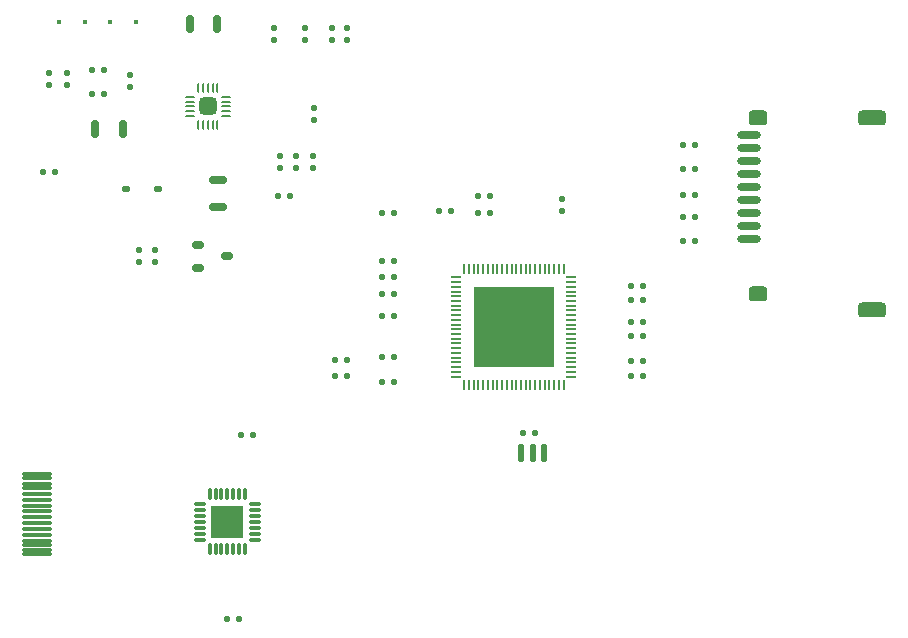
<source format=gbp>
G04*
G04 #@! TF.GenerationSoftware,Altium Limited,Altium Designer,20.2.6 (244)*
G04*
G04 Layer_Color=128*
%FSLAX24Y24*%
%MOIN*%
G70*
G04*
G04 #@! TF.SameCoordinates,497DB355-11F3-479B-B1E2-BDA1D3AC948B*
G04*
G04*
G04 #@! TF.FilePolarity,Positive*
G04*
G01*
G75*
G04:AMPARAMS|DCode=17|XSize=20mil|YSize=20mil|CornerRadius=5mil|HoleSize=0mil|Usage=FLASHONLY|Rotation=0.000|XOffset=0mil|YOffset=0mil|HoleType=Round|Shape=RoundedRectangle|*
%AMROUNDEDRECTD17*
21,1,0.0200,0.0100,0,0,0.0*
21,1,0.0100,0.0200,0,0,0.0*
1,1,0.0100,0.0050,-0.0050*
1,1,0.0100,-0.0050,-0.0050*
1,1,0.0100,-0.0050,0.0050*
1,1,0.0100,0.0050,0.0050*
%
%ADD17ROUNDEDRECTD17*%
G04:AMPARAMS|DCode=18|XSize=20mil|YSize=20mil|CornerRadius=5mil|HoleSize=0mil|Usage=FLASHONLY|Rotation=270.000|XOffset=0mil|YOffset=0mil|HoleType=Round|Shape=RoundedRectangle|*
%AMROUNDEDRECTD18*
21,1,0.0200,0.0100,0,0,270.0*
21,1,0.0100,0.0200,0,0,270.0*
1,1,0.0100,-0.0050,-0.0050*
1,1,0.0100,-0.0050,0.0050*
1,1,0.0100,0.0050,0.0050*
1,1,0.0100,0.0050,-0.0050*
%
%ADD18ROUNDEDRECTD18*%
G04:AMPARAMS|DCode=59|XSize=21.7mil|YSize=57.1mil|CornerRadius=5.4mil|HoleSize=0mil|Usage=FLASHONLY|Rotation=0.000|XOffset=0mil|YOffset=0mil|HoleType=Round|Shape=RoundedRectangle|*
%AMROUNDEDRECTD59*
21,1,0.0217,0.0463,0,0,0.0*
21,1,0.0108,0.0571,0,0,0.0*
1,1,0.0108,0.0054,-0.0231*
1,1,0.0108,-0.0054,-0.0231*
1,1,0.0108,-0.0054,0.0231*
1,1,0.0108,0.0054,0.0231*
%
%ADD59ROUNDEDRECTD59*%
G04:AMPARAMS|DCode=60|XSize=21.7mil|YSize=57.1mil|CornerRadius=5.4mil|HoleSize=0mil|Usage=FLASHONLY|Rotation=0.000|XOffset=0mil|YOffset=0mil|HoleType=Round|Shape=RoundedRectangle|*
%AMROUNDEDRECTD60*
21,1,0.0217,0.0463,0,0,0.0*
21,1,0.0108,0.0571,0,0,0.0*
1,1,0.0108,0.0054,-0.0231*
1,1,0.0108,-0.0054,-0.0231*
1,1,0.0108,-0.0054,0.0231*
1,1,0.0108,0.0054,0.0231*
%
%ADD60ROUNDEDRECTD60*%
%ADD61O,0.0374X0.0079*%
%ADD62O,0.0079X0.0374*%
%ADD63R,0.2654X0.2654*%
G04:AMPARAMS|DCode=64|XSize=9.4mil|YSize=31.5mil|CornerRadius=2.4mil|HoleSize=0mil|Usage=FLASHONLY|Rotation=180.000|XOffset=0mil|YOffset=0mil|HoleType=Round|Shape=RoundedRectangle|*
%AMROUNDEDRECTD64*
21,1,0.0094,0.0268,0,0,180.0*
21,1,0.0047,0.0315,0,0,180.0*
1,1,0.0047,-0.0024,0.0134*
1,1,0.0047,0.0024,0.0134*
1,1,0.0047,0.0024,-0.0134*
1,1,0.0047,-0.0024,-0.0134*
%
%ADD64ROUNDEDRECTD64*%
G04:AMPARAMS|DCode=65|XSize=19.7mil|YSize=23.6mil|CornerRadius=4.9mil|HoleSize=0mil|Usage=FLASHONLY|Rotation=270.000|XOffset=0mil|YOffset=0mil|HoleType=Round|Shape=RoundedRectangle|*
%AMROUNDEDRECTD65*
21,1,0.0197,0.0138,0,0,270.0*
21,1,0.0098,0.0236,0,0,270.0*
1,1,0.0098,-0.0069,-0.0049*
1,1,0.0098,-0.0069,0.0049*
1,1,0.0098,0.0069,0.0049*
1,1,0.0098,0.0069,-0.0049*
%
%ADD65ROUNDEDRECTD65*%
G04:AMPARAMS|DCode=66|XSize=50mil|YSize=94.5mil|CornerRadius=12.5mil|HoleSize=0mil|Usage=FLASHONLY|Rotation=90.000|XOffset=0mil|YOffset=0mil|HoleType=Round|Shape=RoundedRectangle|*
%AMROUNDEDRECTD66*
21,1,0.0500,0.0695,0,0,90.0*
21,1,0.0250,0.0945,0,0,90.0*
1,1,0.0250,0.0347,0.0125*
1,1,0.0250,0.0347,-0.0125*
1,1,0.0250,-0.0347,-0.0125*
1,1,0.0250,-0.0347,0.0125*
%
%ADD66ROUNDEDRECTD66*%
G04:AMPARAMS|DCode=67|XSize=50mil|YSize=63mil|CornerRadius=12.5mil|HoleSize=0mil|Usage=FLASHONLY|Rotation=90.000|XOffset=0mil|YOffset=0mil|HoleType=Round|Shape=RoundedRectangle|*
%AMROUNDEDRECTD67*
21,1,0.0500,0.0380,0,0,90.0*
21,1,0.0250,0.0630,0,0,90.0*
1,1,0.0250,0.0190,0.0125*
1,1,0.0250,0.0190,-0.0125*
1,1,0.0250,-0.0190,-0.0125*
1,1,0.0250,-0.0190,0.0125*
%
%ADD67ROUNDEDRECTD67*%
%ADD68O,0.0787X0.0276*%
G04:AMPARAMS|DCode=69|XSize=9.4mil|YSize=31.5mil|CornerRadius=2.4mil|HoleSize=0mil|Usage=FLASHONLY|Rotation=90.000|XOffset=0mil|YOffset=0mil|HoleType=Round|Shape=RoundedRectangle|*
%AMROUNDEDRECTD69*
21,1,0.0094,0.0268,0,0,90.0*
21,1,0.0047,0.0315,0,0,90.0*
1,1,0.0047,0.0134,0.0024*
1,1,0.0047,0.0134,-0.0024*
1,1,0.0047,-0.0134,-0.0024*
1,1,0.0047,-0.0134,0.0024*
%
%ADD69ROUNDEDRECTD69*%
G04:AMPARAMS|DCode=70|XSize=59.1mil|YSize=59.1mil|CornerRadius=14.8mil|HoleSize=0mil|Usage=FLASHONLY|Rotation=180.000|XOffset=0mil|YOffset=0mil|HoleType=Round|Shape=RoundedRectangle|*
%AMROUNDEDRECTD70*
21,1,0.0591,0.0295,0,0,180.0*
21,1,0.0295,0.0591,0,0,180.0*
1,1,0.0295,-0.0148,0.0148*
1,1,0.0295,0.0148,0.0148*
1,1,0.0295,0.0148,-0.0148*
1,1,0.0295,-0.0148,-0.0148*
%
%ADD70ROUNDEDRECTD70*%
G04:AMPARAMS|DCode=71|XSize=16mil|YSize=16mil|CornerRadius=8mil|HoleSize=0mil|Usage=FLASHONLY|Rotation=90.000|XOffset=0mil|YOffset=0mil|HoleType=Round|Shape=RoundedRectangle|*
%AMROUNDEDRECTD71*
21,1,0.0160,0.0000,0,0,90.0*
21,1,0.0000,0.0160,0,0,90.0*
1,1,0.0160,0.0000,0.0000*
1,1,0.0160,0.0000,0.0000*
1,1,0.0160,0.0000,0.0000*
1,1,0.0160,0.0000,0.0000*
%
%ADD71ROUNDEDRECTD71*%
%ADD72R,0.1063X0.1102*%
G04:AMPARAMS|DCode=73|XSize=12mil|YSize=38mil|CornerRadius=3mil|HoleSize=0mil|Usage=FLASHONLY|Rotation=270.000|XOffset=0mil|YOffset=0mil|HoleType=Round|Shape=RoundedRectangle|*
%AMROUNDEDRECTD73*
21,1,0.0120,0.0320,0,0,270.0*
21,1,0.0060,0.0380,0,0,270.0*
1,1,0.0060,-0.0160,-0.0030*
1,1,0.0060,-0.0160,0.0030*
1,1,0.0060,0.0160,0.0030*
1,1,0.0060,0.0160,-0.0030*
%
%ADD73ROUNDEDRECTD73*%
G04:AMPARAMS|DCode=74|XSize=100mil|YSize=11.8mil|CornerRadius=3mil|HoleSize=0mil|Usage=FLASHONLY|Rotation=0.000|XOffset=0mil|YOffset=0mil|HoleType=Round|Shape=RoundedRectangle|*
%AMROUNDEDRECTD74*
21,1,0.1000,0.0059,0,0,0.0*
21,1,0.0941,0.0118,0,0,0.0*
1,1,0.0059,0.0470,-0.0030*
1,1,0.0059,-0.0470,-0.0030*
1,1,0.0059,-0.0470,0.0030*
1,1,0.0059,0.0470,0.0030*
%
%ADD74ROUNDEDRECTD74*%
G04:AMPARAMS|DCode=75|XSize=27.6mil|YSize=59.1mil|CornerRadius=6.9mil|HoleSize=0mil|Usage=FLASHONLY|Rotation=270.000|XOffset=0mil|YOffset=0mil|HoleType=Round|Shape=RoundedRectangle|*
%AMROUNDEDRECTD75*
21,1,0.0276,0.0453,0,0,270.0*
21,1,0.0138,0.0591,0,0,270.0*
1,1,0.0138,-0.0226,-0.0069*
1,1,0.0138,-0.0226,0.0069*
1,1,0.0138,0.0226,0.0069*
1,1,0.0138,0.0226,-0.0069*
%
%ADD75ROUNDEDRECTD75*%
G04:AMPARAMS|DCode=76|XSize=23.6mil|YSize=39.4mil|CornerRadius=5.9mil|HoleSize=0mil|Usage=FLASHONLY|Rotation=270.000|XOffset=0mil|YOffset=0mil|HoleType=Round|Shape=RoundedRectangle|*
%AMROUNDEDRECTD76*
21,1,0.0236,0.0276,0,0,270.0*
21,1,0.0118,0.0394,0,0,270.0*
1,1,0.0118,-0.0138,-0.0059*
1,1,0.0118,-0.0138,0.0059*
1,1,0.0118,0.0138,0.0059*
1,1,0.0118,0.0138,-0.0059*
%
%ADD76ROUNDEDRECTD76*%
G04:AMPARAMS|DCode=77|XSize=12mil|YSize=38mil|CornerRadius=3mil|HoleSize=0mil|Usage=FLASHONLY|Rotation=0.000|XOffset=0mil|YOffset=0mil|HoleType=Round|Shape=RoundedRectangle|*
%AMROUNDEDRECTD77*
21,1,0.0120,0.0320,0,0,0.0*
21,1,0.0060,0.0380,0,0,0.0*
1,1,0.0060,0.0030,-0.0160*
1,1,0.0060,-0.0030,-0.0160*
1,1,0.0060,-0.0030,0.0160*
1,1,0.0060,0.0030,0.0160*
%
%ADD77ROUNDEDRECTD77*%
G04:AMPARAMS|DCode=78|XSize=27.6mil|YSize=59.1mil|CornerRadius=6.9mil|HoleSize=0mil|Usage=FLASHONLY|Rotation=180.000|XOffset=0mil|YOffset=0mil|HoleType=Round|Shape=RoundedRectangle|*
%AMROUNDEDRECTD78*
21,1,0.0276,0.0453,0,0,180.0*
21,1,0.0138,0.0591,0,0,180.0*
1,1,0.0138,-0.0069,0.0226*
1,1,0.0138,0.0069,0.0226*
1,1,0.0138,0.0069,-0.0226*
1,1,0.0138,-0.0069,-0.0226*
%
%ADD78ROUNDEDRECTD78*%
D17*
X21750Y38550D02*
D03*
X36150Y34400D02*
D03*
X29000Y40100D02*
D03*
X28500D02*
D03*
X26550D02*
D03*
X27900Y37050D02*
D03*
X27300Y35850D02*
D03*
X27850D02*
D03*
X26750D02*
D03*
X19650Y38200D02*
D03*
X21750Y38150D02*
D03*
X19050Y38200D02*
D03*
X27850Y35450D02*
D03*
X27300D02*
D03*
X26750D02*
D03*
X27600Y40100D02*
D03*
Y39700D02*
D03*
X26550D02*
D03*
X36150Y34000D02*
D03*
X22600Y32700D02*
D03*
Y32300D02*
D03*
X22050Y32700D02*
D03*
Y32300D02*
D03*
X28500Y39700D02*
D03*
X29000D02*
D03*
X27900Y37450D02*
D03*
X19050Y38600D02*
D03*
X19650D02*
D03*
D18*
X35250Y26600D02*
D03*
X34850D02*
D03*
X38450Y31500D02*
D03*
Y31050D02*
D03*
X33750Y34500D02*
D03*
Y33950D02*
D03*
X38850Y28500D02*
D03*
Y29000D02*
D03*
X28600Y29050D02*
D03*
X30150Y28300D02*
D03*
X28600Y28500D02*
D03*
X20500Y37900D02*
D03*
X18850Y35300D02*
D03*
X40200Y35400D02*
D03*
Y36200D02*
D03*
Y34550D02*
D03*
Y33800D02*
D03*
Y33000D02*
D03*
X33350Y34500D02*
D03*
Y33950D02*
D03*
X30150Y29150D02*
D03*
X26700Y34500D02*
D03*
X29000Y29050D02*
D03*
Y28500D02*
D03*
X25850Y26550D02*
D03*
X25450D02*
D03*
X32440Y34000D02*
D03*
X32040D02*
D03*
X30150Y33950D02*
D03*
X30550D02*
D03*
X40600Y36200D02*
D03*
Y35400D02*
D03*
Y34550D02*
D03*
Y33800D02*
D03*
X38450Y28500D02*
D03*
X30150Y31800D02*
D03*
X30550D02*
D03*
Y29150D02*
D03*
Y31250D02*
D03*
X30150D02*
D03*
X30550Y28300D02*
D03*
Y32350D02*
D03*
X30150D02*
D03*
X38850Y31050D02*
D03*
Y31500D02*
D03*
X38450Y29850D02*
D03*
X38850D02*
D03*
X38450Y29000D02*
D03*
X30550Y30500D02*
D03*
X30150D02*
D03*
X38850Y30300D02*
D03*
X38450D02*
D03*
X25000Y20400D02*
D03*
X25400D02*
D03*
X40600Y33000D02*
D03*
X19250Y35300D02*
D03*
X27100Y34500D02*
D03*
X20500Y38700D02*
D03*
X20900D02*
D03*
Y37900D02*
D03*
D59*
X35548Y25950D02*
D03*
X35174D02*
D03*
D60*
X34800Y25950D02*
D03*
D61*
X32631Y28496D02*
D03*
Y28811D02*
D03*
Y28654D02*
D03*
Y29284D02*
D03*
Y29126D02*
D03*
Y28969D02*
D03*
Y29599D02*
D03*
Y29441D02*
D03*
Y30386D02*
D03*
Y30701D02*
D03*
Y30544D02*
D03*
Y29756D02*
D03*
Y30071D02*
D03*
Y29914D02*
D03*
Y30859D02*
D03*
Y31174D02*
D03*
Y31016D02*
D03*
Y31489D02*
D03*
Y31331D02*
D03*
Y31646D02*
D03*
Y30229D02*
D03*
Y31804D02*
D03*
X36469Y28496D02*
D03*
X36469Y29126D02*
D03*
Y28969D02*
D03*
X36469Y28811D02*
D03*
Y28654D02*
D03*
Y29284D02*
D03*
Y29599D02*
D03*
Y29441D02*
D03*
Y29914D02*
D03*
Y29756D02*
D03*
Y30229D02*
D03*
X36469Y30859D02*
D03*
Y30544D02*
D03*
X36469Y30386D02*
D03*
Y30071D02*
D03*
Y31016D02*
D03*
Y30701D02*
D03*
X36469Y31174D02*
D03*
X36469Y31489D02*
D03*
Y31331D02*
D03*
Y31804D02*
D03*
Y31646D02*
D03*
D62*
X32896Y28231D02*
D03*
X33054D02*
D03*
X33684D02*
D03*
X33211D02*
D03*
X33369D02*
D03*
X33526Y28231D02*
D03*
X33999Y28231D02*
D03*
X34314D02*
D03*
X33841Y28231D02*
D03*
X34156D02*
D03*
X33211Y32069D02*
D03*
X33369D02*
D03*
X32896D02*
D03*
X33054D02*
D03*
X33684D02*
D03*
X33526D02*
D03*
X34156D02*
D03*
X34314D02*
D03*
X33841D02*
D03*
X33999D02*
D03*
X34786Y28231D02*
D03*
X34471D02*
D03*
X34629D02*
D03*
X35259D02*
D03*
X34944D02*
D03*
X35101D02*
D03*
X35416D02*
D03*
X35574Y28231D02*
D03*
X36046Y28231D02*
D03*
X36204D02*
D03*
X35731Y28231D02*
D03*
X35889Y28231D02*
D03*
X34471Y32069D02*
D03*
X34629D02*
D03*
X35101D02*
D03*
X34786D02*
D03*
X34944D02*
D03*
X35574D02*
D03*
X35259D02*
D03*
X35416D02*
D03*
X36046D02*
D03*
X36204D02*
D03*
X35731D02*
D03*
X35889D02*
D03*
D63*
X34550Y30150D02*
D03*
D64*
X24507Y38110D02*
D03*
X24350D02*
D03*
X24507Y36890D02*
D03*
X24350D02*
D03*
X24193D02*
D03*
X24035Y38110D02*
D03*
Y36890D02*
D03*
X24193Y38110D02*
D03*
X24665Y36890D02*
D03*
Y38110D02*
D03*
D65*
X22673Y34750D02*
D03*
X21627D02*
D03*
D66*
X46476Y37121D02*
D03*
Y30699D02*
D03*
D67*
X42697Y37121D02*
D03*
Y31253D02*
D03*
D68*
X42400Y36548D02*
D03*
Y35249D02*
D03*
Y34383D02*
D03*
Y36115D02*
D03*
Y35682D02*
D03*
Y34816D02*
D03*
Y33950D02*
D03*
Y33517D02*
D03*
Y33084D02*
D03*
D69*
X24960Y37815D02*
D03*
X23740D02*
D03*
X24960Y37343D02*
D03*
Y37185D02*
D03*
X23740Y37500D02*
D03*
Y37343D02*
D03*
X24960Y37657D02*
D03*
Y37500D02*
D03*
X23740Y37185D02*
D03*
Y37657D02*
D03*
D70*
X24350Y37500D02*
D03*
D71*
X19400Y40300D02*
D03*
X21950Y40300D02*
D03*
X20250D02*
D03*
X21100Y40300D02*
D03*
D72*
X25000Y23650D02*
D03*
D73*
X25915Y23847D02*
D03*
Y24241D02*
D03*
Y24044D02*
D03*
Y23650D02*
D03*
Y23453D02*
D03*
Y23256D02*
D03*
Y23059D02*
D03*
X24085D02*
D03*
Y23256D02*
D03*
Y23453D02*
D03*
Y23650D02*
D03*
Y23847D02*
D03*
Y24044D02*
D03*
Y24241D02*
D03*
D74*
X18650Y25250D02*
D03*
X18642Y25101D02*
D03*
Y22699D02*
D03*
Y22581D02*
D03*
Y22896D02*
D03*
Y23014D02*
D03*
Y23211D02*
D03*
Y23408D02*
D03*
Y23605D02*
D03*
Y23802D02*
D03*
Y23998D02*
D03*
Y24195D02*
D03*
Y24392D02*
D03*
Y24589D02*
D03*
Y24786D02*
D03*
Y24904D02*
D03*
D75*
X24700Y34147D02*
D03*
Y35053D02*
D03*
D76*
X24991Y32500D02*
D03*
X24009Y32874D02*
D03*
Y32126D02*
D03*
D77*
X25591Y22735D02*
D03*
X25394D02*
D03*
X25197D02*
D03*
X25000D02*
D03*
X24803D02*
D03*
X24606D02*
D03*
X24409D02*
D03*
Y24565D02*
D03*
X24606D02*
D03*
X24803D02*
D03*
X25000D02*
D03*
X25197D02*
D03*
X25394D02*
D03*
X25591D02*
D03*
D78*
X23747Y40250D02*
D03*
X24653D02*
D03*
X20600Y36750D02*
D03*
X21506D02*
D03*
M02*

</source>
